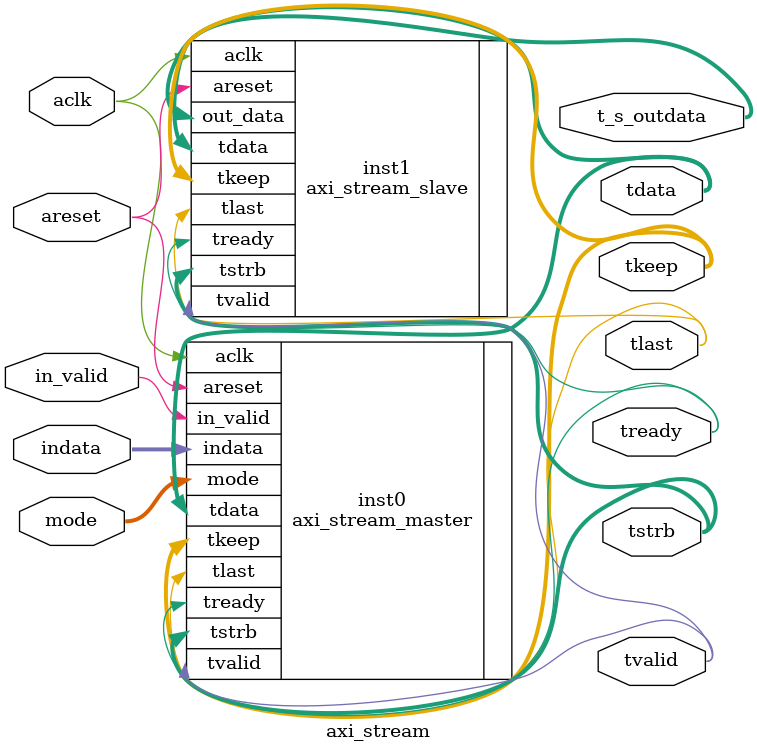
<source format=v>
module axi_stream(aclk,areset,tvalid,indata,in_valid,mode,tdata,tkeep,tstrb,tready,tlast,t_s_outdata);
  input aclk,areset;      //clock and reset signal
  input [1:0]mode;        //mode signal for master operation
  output wire [31:0] tdata,t_s_outdata;      //32-bit data bus for master to slave
  input [31:0] indata;    //2-bit input data to master
  input in_valid;         //input in_valid signal for master
  output  tvalid;         //input tvalid signal for slave
  output wire [3:0] tkeep,tstrb; //strobe and tkeep signal
  output wire tready;            //ready signal from slave to master
  output wire tlast;             //last transfer indicator
  
  
//instantiation of axi_stream_master
  axi_stream_master inst0(.aclk(aclk),.areset(areset),.tdata(tdata),.tvalid(tvalid),.tstrb(tstrb),.tkeep(tkeep),.indata(indata),
  .in_valid(in_valid),.tready(tready),.tlast(tlast),.mode(mode));

//instantiation of axi_stream_slave  
  axi_stream_slave inst1(.aclk(aclk),.areset(areset),.tdata(tdata),.tvalid(tvalid),.tstrb(tstrb),.tkeep(tkeep),.tready(tready),.tlast(tlast),.out_data(t_s_outdata));
  
endmodule
</source>
